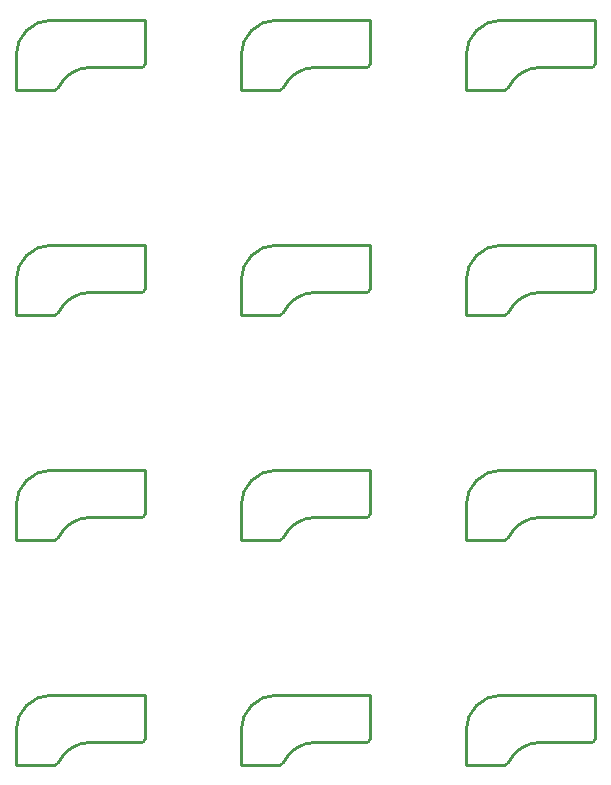
<source format=gbo>
G04 Layer: BottomSilkscreenLayer*
G04 EasyEDA v6.5.14, 2022-08-21 10:02:06*
G04 f0c9403b1c134f068d22612342c05ff7,da7caadd334e45d081e68ba313aefb3e,10*
G04 Gerber Generator version 0.2*
G04 Scale: 100 percent, Rotated: No, Reflected: No *
G04 Dimensions in millimeters *
G04 leading zeros omitted , absolute positions ,4 integer and 5 decimal *
%FSLAX45Y45*%
%MOMM*%

%ADD10C,0.2540*%

%LPD*%
D10*
X5109718Y3121405D02*
G01*
X4776215Y3121405D01*
X4776215Y3414268D01*
X5076299Y3711300D02*
G01*
X5866300Y3711300D01*
X5866300Y3336300D01*
X5406301Y3311298D02*
G01*
X5841298Y3311298D01*
X7014718Y3121405D02*
G01*
X6681215Y3121405D01*
X6681215Y3414268D01*
X6981299Y3711300D02*
G01*
X7771300Y3711300D01*
X7771300Y3336300D01*
X7311301Y3311298D02*
G01*
X7746298Y3311298D01*
X8919718Y3121405D02*
G01*
X8586215Y3121405D01*
X8586215Y3414268D01*
X8886299Y3711300D02*
G01*
X9676300Y3711300D01*
X9676300Y3336300D01*
X9216301Y3311298D02*
G01*
X9651298Y3311298D01*
X8919718Y1216405D02*
G01*
X8586215Y1216405D01*
X8586215Y1509268D01*
X8886299Y1806300D02*
G01*
X9676300Y1806300D01*
X9676300Y1431300D01*
X9216301Y1406298D02*
G01*
X9651298Y1406298D01*
X7014718Y1216405D02*
G01*
X6681215Y1216405D01*
X6681215Y1509268D01*
X6981299Y1806300D02*
G01*
X7771300Y1806300D01*
X7771300Y1431300D01*
X7311301Y1406298D02*
G01*
X7746298Y1406298D01*
X5109718Y1216405D02*
G01*
X4776215Y1216405D01*
X4776215Y1509268D01*
X5076299Y1806300D02*
G01*
X5866300Y1806300D01*
X5866300Y1431300D01*
X5406301Y1406298D02*
G01*
X5841298Y1406298D01*
X5109718Y-2593594D02*
G01*
X4776215Y-2593594D01*
X4776215Y-2300731D01*
X5076299Y-2003699D02*
G01*
X5866300Y-2003699D01*
X5866300Y-2378699D01*
X5406301Y-2403701D02*
G01*
X5841298Y-2403701D01*
X7014718Y-2593594D02*
G01*
X6681215Y-2593594D01*
X6681215Y-2300731D01*
X6981299Y-2003699D02*
G01*
X7771300Y-2003699D01*
X7771300Y-2378699D01*
X7311301Y-2403701D02*
G01*
X7746298Y-2403701D01*
X8919718Y-2593594D02*
G01*
X8586215Y-2593594D01*
X8586215Y-2300731D01*
X8886299Y-2003699D02*
G01*
X9676300Y-2003699D01*
X9676300Y-2378699D01*
X9216301Y-2403701D02*
G01*
X9651298Y-2403701D01*
X8919718Y-688594D02*
G01*
X8586215Y-688594D01*
X8586215Y-395731D01*
X8886299Y-98699D02*
G01*
X9676300Y-98699D01*
X9676300Y-473699D01*
X9216301Y-498701D02*
G01*
X9651298Y-498701D01*
X7014718Y-688594D02*
G01*
X6681215Y-688594D01*
X6681215Y-395731D01*
X6981299Y-98699D02*
G01*
X7771300Y-98699D01*
X7771300Y-473699D01*
X7311301Y-498701D02*
G01*
X7746298Y-498701D01*
X5109718Y-688594D02*
G01*
X4776215Y-688594D01*
X4776215Y-395731D01*
X5076299Y-98699D02*
G01*
X5866300Y-98699D01*
X5866300Y-473699D01*
X5406301Y-498701D02*
G01*
X5841298Y-498701D01*
G75*
G01*
X5841299Y3311299D02*
G03*
X5866300Y3336300I0J25001D01*
G75*
G01*
X5076299Y3711301D02*
G03*
X4776300Y3411299I0J-300000D01*
G75*
G01*
X5406301Y3311299D02*
G03*
X5132535Y3135856I-2J-301315D01*
G75*
G01*
X5109820Y3121299D02*
G03*
X5132535Y3135856I0J25002D01*
G75*
G01*
X7746299Y3311299D02*
G03*
X7771300Y3336300I0J25001D01*
G75*
G01*
X6981299Y3711301D02*
G03*
X6681300Y3411299I0J-300000D01*
G75*
G01*
X7311301Y3311299D02*
G03*
X7037535Y3135856I-2J-301315D01*
G75*
G01*
X7014820Y3121299D02*
G03*
X7037535Y3135856I0J25002D01*
G75*
G01*
X9651299Y3311299D02*
G03*
X9676300Y3336300I0J25001D01*
G75*
G01*
X8886299Y3711301D02*
G03*
X8586300Y3411299I0J-300000D01*
G75*
G01*
X9216301Y3311299D02*
G03*
X8942535Y3135856I-2J-301315D01*
G75*
G01*
X8919820Y3121299D02*
G03*
X8942535Y3135856I0J25002D01*
G75*
G01*
X9651299Y1406299D02*
G03*
X9676300Y1431300I0J25001D01*
G75*
G01*
X8886299Y1806301D02*
G03*
X8586297Y1506299I-2J-300000D01*
G75*
G01*
X9216301Y1406299D02*
G03*
X8942535Y1230856I-2J-301315D01*
G75*
G01*
X8919820Y1216299D02*
G03*
X8942535Y1230856I0J25002D01*
G75*
G01*
X7746299Y1406299D02*
G03*
X7771300Y1431300I0J25001D01*
G75*
G01*
X6981299Y1806301D02*
G03*
X6681300Y1506299I0J-300000D01*
G75*
G01*
X7311301Y1406299D02*
G03*
X7037535Y1230856I-2J-301315D01*
G75*
G01*
X7014820Y1216299D02*
G03*
X7037535Y1230856I0J25002D01*
G75*
G01*
X5841299Y1406299D02*
G03*
X5866300Y1431300I0J25001D01*
G75*
G01*
X5076299Y1806301D02*
G03*
X4776300Y1506299I0J-300000D01*
G75*
G01*
X5406301Y1406299D02*
G03*
X5132535Y1230856I-2J-301315D01*
G75*
G01*
X5109820Y1216299D02*
G03*
X5132535Y1230856I0J25002D01*
G75*
G01*
X5841299Y-2403701D02*
G03*
X5866300Y-2378700I0J25001D01*
G75*
G01*
X5076299Y-2003699D02*
G03*
X4776297Y-2303701I-2J-300000D01*
G75*
G01*
X5406301Y-2403701D02*
G03*
X5132535Y-2579144I-2J-301315D01*
G75*
G01*
X5109820Y-2593701D02*
G03*
X5132535Y-2579144I0J25002D01*
G75*
G01*
X7746299Y-2403701D02*
G03*
X7771300Y-2378700I0J25001D01*
G75*
G01*
X6981299Y-2003699D02*
G03*
X6681300Y-2303701I0J-300000D01*
G75*
G01*
X7311301Y-2403701D02*
G03*
X7037535Y-2579144I-2J-301315D01*
G75*
G01*
X7014820Y-2593701D02*
G03*
X7037535Y-2579144I0J25002D01*
G75*
G01*
X9651299Y-2403701D02*
G03*
X9676300Y-2378700I0J25001D01*
G75*
G01*
X8886299Y-2003699D02*
G03*
X8586300Y-2303701I0J-300000D01*
G75*
G01*
X9216301Y-2403701D02*
G03*
X8942535Y-2579144I-2J-301315D01*
G75*
G01*
X8919820Y-2593701D02*
G03*
X8942535Y-2579144I0J25002D01*
G75*
G01*
X9651299Y-498701D02*
G03*
X9676300Y-473700I0J25001D01*
G75*
G01*
X8886299Y-98699D02*
G03*
X8586300Y-398701I0J-300000D01*
G75*
G01*
X9216301Y-498701D02*
G03*
X8942535Y-674144I-2J-301315D01*
G75*
G01*
X8919820Y-688701D02*
G03*
X8942535Y-674144I0J25002D01*
G75*
G01*
X7746299Y-498701D02*
G03*
X7771300Y-473700I0J25001D01*
G75*
G01*
X6981299Y-98699D02*
G03*
X6681300Y-398701I0J-300000D01*
G75*
G01*
X7311301Y-498701D02*
G03*
X7037535Y-674144I-2J-301315D01*
G75*
G01*
X7014820Y-688701D02*
G03*
X7037535Y-674144I0J25002D01*
G75*
G01*
X5841299Y-498701D02*
G03*
X5866300Y-473700I0J25001D01*
G75*
G01*
X5076299Y-98699D02*
G03*
X4776297Y-398701I-2J-300000D01*
G75*
G01*
X5406301Y-498701D02*
G03*
X5132535Y-674144I-2J-301315D01*
G75*
G01*
X5109820Y-688701D02*
G03*
X5132535Y-674144I0J25002D01*
M02*

</source>
